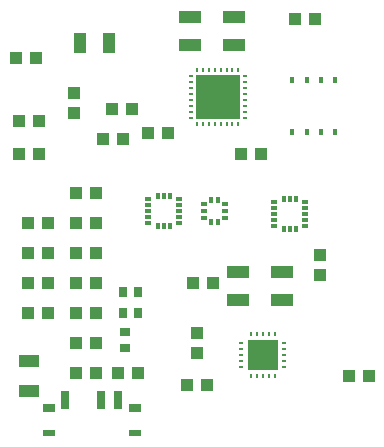
<source format=gtp>
G75*
%MOIN*%
%OFA0B0*%
%FSLAX25Y25*%
%IPPOS*%
%LPD*%
%AMOC8*
5,1,8,0,0,1.08239X$1,22.5*
%
%ADD10R,0.04331X0.03937*%
%ADD11R,0.03937X0.04331*%
%ADD12R,0.03543X0.02756*%
%ADD13R,0.02756X0.03543*%
%ADD14R,0.00984X0.01575*%
%ADD15R,0.01575X0.00984*%
%ADD16R,0.10236X0.10236*%
%ADD17R,0.01260X0.02165*%
%ADD18R,0.02165X0.01260*%
%ADD19R,0.06693X0.03937*%
%ADD20R,0.02362X0.01181*%
%ADD21R,0.01181X0.02362*%
%ADD22R,0.03937X0.06693*%
%ADD23R,0.14567X0.14567*%
%ADD24R,0.01575X0.02362*%
%ADD25R,0.07480X0.04331*%
%ADD26R,0.02756X0.05906*%
%ADD27R,0.03937X0.02362*%
%ADD28R,0.03937X0.03150*%
D10*
X0128154Y0119500D03*
X0134846Y0119500D03*
X0142154Y0119500D03*
X0148846Y0119500D03*
X0165154Y0115500D03*
X0171846Y0115500D03*
X0173846Y0149500D03*
X0167154Y0149500D03*
X0134846Y0149500D03*
X0128154Y0149500D03*
X0128154Y0159500D03*
X0134846Y0159500D03*
X0134846Y0169500D03*
X0128154Y0169500D03*
X0118846Y0169500D03*
X0112154Y0169500D03*
X0112154Y0159500D03*
X0118846Y0159500D03*
X0118846Y0149500D03*
X0112154Y0149500D03*
X0112154Y0139500D03*
X0118846Y0139500D03*
X0128154Y0139500D03*
X0134846Y0139500D03*
X0134846Y0129500D03*
X0128154Y0129500D03*
X0128154Y0179500D03*
X0134846Y0179500D03*
X0115846Y0192500D03*
X0109154Y0192500D03*
X0109154Y0203500D03*
X0115846Y0203500D03*
X0137154Y0197500D03*
X0143846Y0197500D03*
X0152154Y0199500D03*
X0158846Y0199500D03*
X0146846Y0207500D03*
X0140154Y0207500D03*
X0114846Y0224500D03*
X0108154Y0224500D03*
X0183154Y0192500D03*
X0189846Y0192500D03*
X0201154Y0237500D03*
X0207846Y0237500D03*
X0219154Y0118500D03*
X0225846Y0118500D03*
D11*
X0209500Y0152154D03*
X0209500Y0158846D03*
X0168500Y0132846D03*
X0168500Y0126154D03*
X0127500Y0206154D03*
X0127500Y0212846D03*
D12*
X0144500Y0133059D03*
X0144500Y0127941D03*
D13*
X0143941Y0139500D03*
X0149059Y0139500D03*
X0149059Y0146500D03*
X0143941Y0146500D03*
D14*
X0186563Y0132587D03*
X0188531Y0132587D03*
X0190500Y0132587D03*
X0192469Y0132587D03*
X0194437Y0132587D03*
X0194437Y0118413D03*
X0192469Y0118413D03*
X0190500Y0118413D03*
X0188531Y0118413D03*
X0186563Y0118413D03*
X0182390Y0202445D03*
X0180421Y0202445D03*
X0178453Y0202445D03*
X0176484Y0202445D03*
X0174516Y0202445D03*
X0172547Y0202445D03*
X0170579Y0202445D03*
X0168610Y0202445D03*
X0168610Y0220555D03*
X0170579Y0220555D03*
X0172547Y0220555D03*
X0174516Y0220555D03*
X0176484Y0220555D03*
X0178453Y0220555D03*
X0180421Y0220555D03*
X0182390Y0220555D03*
D15*
X0184555Y0218390D03*
X0184555Y0216421D03*
X0184555Y0214453D03*
X0184555Y0212484D03*
X0184555Y0210516D03*
X0184555Y0208547D03*
X0184555Y0206579D03*
X0184555Y0204610D03*
X0166445Y0204610D03*
X0166445Y0206579D03*
X0166445Y0208547D03*
X0166445Y0210516D03*
X0166445Y0212484D03*
X0166445Y0214453D03*
X0166445Y0216421D03*
X0166445Y0218390D03*
X0183413Y0129437D03*
X0183413Y0127469D03*
X0183413Y0125500D03*
X0183413Y0123531D03*
X0183413Y0121563D03*
X0197587Y0121563D03*
X0197587Y0123531D03*
X0197587Y0125500D03*
X0197587Y0127469D03*
X0197587Y0129437D03*
D16*
X0190500Y0125500D03*
D17*
X0175681Y0169957D03*
X0173319Y0169957D03*
X0173319Y0177043D03*
X0175681Y0177043D03*
D18*
X0178043Y0175862D03*
X0178043Y0173500D03*
X0178043Y0171138D03*
X0170957Y0171138D03*
X0170957Y0173500D03*
X0170957Y0175862D03*
D19*
X0112500Y0123421D03*
X0112500Y0113579D03*
D20*
X0152382Y0169563D03*
X0152382Y0171531D03*
X0152382Y0173500D03*
X0152382Y0175469D03*
X0152382Y0177437D03*
X0162618Y0177437D03*
X0162618Y0175469D03*
X0162618Y0173500D03*
X0162618Y0171531D03*
X0162618Y0169563D03*
X0194382Y0170531D03*
X0194382Y0168563D03*
X0194382Y0172500D03*
X0194382Y0174469D03*
X0194382Y0176437D03*
X0204618Y0176437D03*
X0204618Y0174469D03*
X0204618Y0172500D03*
X0204618Y0170531D03*
X0204618Y0168563D03*
D21*
X0201469Y0167382D03*
X0199500Y0167382D03*
X0197531Y0167382D03*
X0197531Y0177618D03*
X0199500Y0177618D03*
X0201469Y0177618D03*
X0159469Y0178618D03*
X0157500Y0178618D03*
X0155531Y0178618D03*
X0155531Y0168382D03*
X0157500Y0168382D03*
X0159469Y0168382D03*
D22*
X0139421Y0229500D03*
X0129579Y0229500D03*
D23*
X0175500Y0211500D03*
D24*
X0200413Y0217161D03*
X0205138Y0217161D03*
X0209862Y0217161D03*
X0214587Y0217161D03*
X0214587Y0199839D03*
X0209862Y0199839D03*
X0205138Y0199839D03*
X0200413Y0199839D03*
D25*
X0180783Y0228972D03*
X0180783Y0238028D03*
X0166217Y0238028D03*
X0166217Y0228972D03*
X0182217Y0153028D03*
X0182217Y0143972D03*
X0196783Y0143972D03*
X0196783Y0153028D03*
D26*
X0142358Y0110390D03*
X0136453Y0110390D03*
X0124642Y0110390D03*
D27*
X0119130Y0099563D03*
X0147870Y0099563D03*
D28*
X0147870Y0107831D03*
X0119130Y0107831D03*
M02*

</source>
